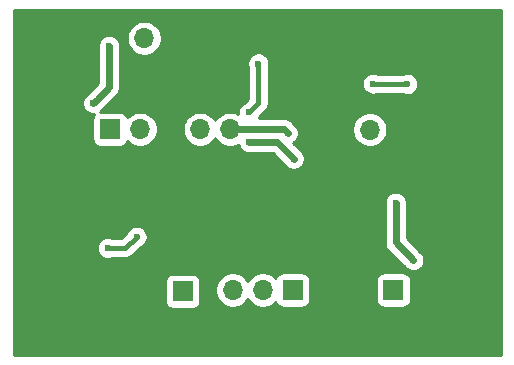
<source format=gbr>
G04 #@! TF.GenerationSoftware,KiCad,Pcbnew,5.1.5-52549c5~84~ubuntu18.04.1*
G04 #@! TF.CreationDate,2020-03-31T23:43:49+01:00*
G04 #@! TF.ProjectId,OverdrivePedal_RevB,4f766572-6472-4697-9665-506564616c5f,RevB*
G04 #@! TF.SameCoordinates,Original*
G04 #@! TF.FileFunction,Copper,L2,Bot*
G04 #@! TF.FilePolarity,Positive*
%FSLAX46Y46*%
G04 Gerber Fmt 4.6, Leading zero omitted, Abs format (unit mm)*
G04 Created by KiCad (PCBNEW 5.1.5-52549c5~84~ubuntu18.04.1) date 2020-03-31 23:43:49*
%MOMM*%
%LPD*%
G04 APERTURE LIST*
%ADD10O,1.700000X1.700000*%
%ADD11R,1.700000X1.700000*%
%ADD12C,0.600000*%
%ADD13C,0.600000*%
%ADD14C,0.450000*%
%ADD15C,0.254000*%
G04 APERTURE END LIST*
D10*
X154025600Y-91389200D03*
D11*
X156565600Y-91389200D03*
D10*
X142417800Y-104978200D03*
X144957800Y-104978200D03*
D11*
X147497800Y-104978200D03*
D10*
X138176000Y-107619800D03*
D11*
X138176000Y-105079800D03*
D10*
X142189200Y-91363800D03*
X139649200Y-91363800D03*
X137109200Y-91363800D03*
X134569200Y-91363800D03*
D11*
X132029200Y-91363800D03*
D10*
X134924800Y-83667600D03*
D11*
X134924800Y-86207600D03*
D10*
X153466800Y-104978200D03*
D11*
X156006800Y-104978200D03*
D12*
X156210000Y-94742000D03*
X140512800Y-97612200D03*
X140512800Y-101422200D03*
X156210000Y-96520000D03*
X149656800Y-103962200D03*
X142991800Y-107838200D03*
X148793200Y-85801200D03*
X152552400Y-86664800D03*
X156210000Y-93726000D03*
X159385000Y-82778600D03*
X133974700Y-96441400D03*
X135098000Y-105888800D03*
X130683000Y-104470200D03*
X162052000Y-82550000D03*
X126974598Y-82575400D03*
X128778000Y-109093000D03*
X152755600Y-99529900D03*
X151168100Y-99529900D03*
X131838700Y-99517200D03*
X146481800Y-85801202D03*
X142303500Y-83781900D03*
X142392400Y-85496400D03*
X155067000Y-83235798D03*
X147574000Y-90170000D03*
X131953000Y-84302600D03*
X130606800Y-89154000D03*
X154282000Y-87500600D03*
X157200600Y-87541100D03*
X134279096Y-100469035D03*
X131838700Y-101422200D03*
X143814800Y-92481400D03*
X143802102Y-89941400D03*
X144589500Y-85801200D03*
X147574000Y-93865700D03*
X147066000Y-91694000D03*
X157708600Y-102450900D03*
X156210000Y-97574100D03*
D13*
X131953000Y-87807800D02*
X130906799Y-88854001D01*
X131953000Y-84302600D02*
X131953000Y-87807800D01*
X130906799Y-88854001D02*
X130606800Y-89154000D01*
D14*
X154322500Y-87541100D02*
X154282000Y-87500600D01*
X157200600Y-87541100D02*
X154322500Y-87541100D01*
X134279096Y-100469035D02*
X133325931Y-101422200D01*
X133325931Y-101422200D02*
X131838700Y-101422200D01*
X143802102Y-89941400D02*
X144589500Y-89154002D01*
X144589500Y-89154002D02*
X144589500Y-86225464D01*
X144589500Y-86225464D02*
X144589500Y-85801200D01*
D13*
X147574000Y-93865700D02*
X146189700Y-92481400D01*
X146189700Y-92481400D02*
X143814800Y-92481400D01*
X146735800Y-91363800D02*
X142189200Y-91363800D01*
X147066000Y-91694000D02*
X146735800Y-91363800D01*
X156210000Y-100952300D02*
X156210000Y-97998364D01*
X157708600Y-102450900D02*
X156210000Y-100952300D01*
X156210000Y-97998364D02*
X156210000Y-97574100D01*
D15*
G36*
X165100401Y-110465000D02*
G01*
X123875400Y-110465000D01*
X123875400Y-104229800D01*
X136687928Y-104229800D01*
X136687928Y-105929800D01*
X136700188Y-106054282D01*
X136736498Y-106173980D01*
X136795463Y-106284294D01*
X136874815Y-106380985D01*
X136971506Y-106460337D01*
X137081820Y-106519302D01*
X137201518Y-106555612D01*
X137326000Y-106567872D01*
X139026000Y-106567872D01*
X139150482Y-106555612D01*
X139270180Y-106519302D01*
X139380494Y-106460337D01*
X139477185Y-106380985D01*
X139556537Y-106284294D01*
X139615502Y-106173980D01*
X139651812Y-106054282D01*
X139664072Y-105929800D01*
X139664072Y-104831940D01*
X140932800Y-104831940D01*
X140932800Y-105124460D01*
X140989868Y-105411358D01*
X141101810Y-105681611D01*
X141264325Y-105924832D01*
X141471168Y-106131675D01*
X141714389Y-106294190D01*
X141984642Y-106406132D01*
X142271540Y-106463200D01*
X142564060Y-106463200D01*
X142850958Y-106406132D01*
X143121211Y-106294190D01*
X143364432Y-106131675D01*
X143571275Y-105924832D01*
X143687800Y-105750440D01*
X143804325Y-105924832D01*
X144011168Y-106131675D01*
X144254389Y-106294190D01*
X144524642Y-106406132D01*
X144811540Y-106463200D01*
X145104060Y-106463200D01*
X145390958Y-106406132D01*
X145661211Y-106294190D01*
X145904432Y-106131675D01*
X146036287Y-105999820D01*
X146058298Y-106072380D01*
X146117263Y-106182694D01*
X146196615Y-106279385D01*
X146293306Y-106358737D01*
X146403620Y-106417702D01*
X146523318Y-106454012D01*
X146647800Y-106466272D01*
X148347800Y-106466272D01*
X148472282Y-106454012D01*
X148591980Y-106417702D01*
X148702294Y-106358737D01*
X148798985Y-106279385D01*
X148878337Y-106182694D01*
X148937302Y-106072380D01*
X148973612Y-105952682D01*
X148985872Y-105828200D01*
X148985872Y-104128200D01*
X154518728Y-104128200D01*
X154518728Y-105828200D01*
X154530988Y-105952682D01*
X154567298Y-106072380D01*
X154626263Y-106182694D01*
X154705615Y-106279385D01*
X154802306Y-106358737D01*
X154912620Y-106417702D01*
X155032318Y-106454012D01*
X155156800Y-106466272D01*
X156856800Y-106466272D01*
X156981282Y-106454012D01*
X157100980Y-106417702D01*
X157211294Y-106358737D01*
X157307985Y-106279385D01*
X157387337Y-106182694D01*
X157446302Y-106072380D01*
X157482612Y-105952682D01*
X157494872Y-105828200D01*
X157494872Y-104128200D01*
X157482612Y-104003718D01*
X157446302Y-103884020D01*
X157387337Y-103773706D01*
X157307985Y-103677015D01*
X157211294Y-103597663D01*
X157100980Y-103538698D01*
X156981282Y-103502388D01*
X156856800Y-103490128D01*
X155156800Y-103490128D01*
X155032318Y-103502388D01*
X154912620Y-103538698D01*
X154802306Y-103597663D01*
X154705615Y-103677015D01*
X154626263Y-103773706D01*
X154567298Y-103884020D01*
X154530988Y-104003718D01*
X154518728Y-104128200D01*
X148985872Y-104128200D01*
X148973612Y-104003718D01*
X148937302Y-103884020D01*
X148878337Y-103773706D01*
X148798985Y-103677015D01*
X148702294Y-103597663D01*
X148591980Y-103538698D01*
X148472282Y-103502388D01*
X148347800Y-103490128D01*
X146647800Y-103490128D01*
X146523318Y-103502388D01*
X146403620Y-103538698D01*
X146293306Y-103597663D01*
X146196615Y-103677015D01*
X146117263Y-103773706D01*
X146058298Y-103884020D01*
X146036287Y-103956580D01*
X145904432Y-103824725D01*
X145661211Y-103662210D01*
X145390958Y-103550268D01*
X145104060Y-103493200D01*
X144811540Y-103493200D01*
X144524642Y-103550268D01*
X144254389Y-103662210D01*
X144011168Y-103824725D01*
X143804325Y-104031568D01*
X143687800Y-104205960D01*
X143571275Y-104031568D01*
X143364432Y-103824725D01*
X143121211Y-103662210D01*
X142850958Y-103550268D01*
X142564060Y-103493200D01*
X142271540Y-103493200D01*
X141984642Y-103550268D01*
X141714389Y-103662210D01*
X141471168Y-103824725D01*
X141264325Y-104031568D01*
X141101810Y-104274789D01*
X140989868Y-104545042D01*
X140932800Y-104831940D01*
X139664072Y-104831940D01*
X139664072Y-104229800D01*
X139651812Y-104105318D01*
X139615502Y-103985620D01*
X139556537Y-103875306D01*
X139477185Y-103778615D01*
X139380494Y-103699263D01*
X139270180Y-103640298D01*
X139150482Y-103603988D01*
X139026000Y-103591728D01*
X137326000Y-103591728D01*
X137201518Y-103603988D01*
X137081820Y-103640298D01*
X136971506Y-103699263D01*
X136874815Y-103778615D01*
X136795463Y-103875306D01*
X136736498Y-103985620D01*
X136700188Y-104105318D01*
X136687928Y-104229800D01*
X123875400Y-104229800D01*
X123875400Y-101330111D01*
X130903700Y-101330111D01*
X130903700Y-101514289D01*
X130939632Y-101694929D01*
X131010114Y-101865089D01*
X131112438Y-102018228D01*
X131242672Y-102148462D01*
X131395811Y-102250786D01*
X131565971Y-102321268D01*
X131746611Y-102357200D01*
X131930789Y-102357200D01*
X132111429Y-102321268D01*
X132205748Y-102282200D01*
X133283692Y-102282200D01*
X133325931Y-102286360D01*
X133368170Y-102282200D01*
X133368177Y-102282200D01*
X133494520Y-102269756D01*
X133656631Y-102220581D01*
X133806033Y-102140724D01*
X133936985Y-102033254D01*
X133963919Y-102000435D01*
X134627666Y-101336689D01*
X134721985Y-101297621D01*
X134875124Y-101195297D01*
X135005358Y-101065063D01*
X135080703Y-100952300D01*
X155270476Y-100952300D01*
X155275000Y-100998231D01*
X155288529Y-101135591D01*
X155341993Y-101311839D01*
X155428814Y-101474271D01*
X155545656Y-101616644D01*
X155581341Y-101645930D01*
X156982338Y-103046928D01*
X157112572Y-103177162D01*
X157150952Y-103202807D01*
X157186628Y-103232085D01*
X157227330Y-103253840D01*
X157265711Y-103279486D01*
X157308357Y-103297151D01*
X157349059Y-103318906D01*
X157393227Y-103332304D01*
X157435871Y-103349968D01*
X157481138Y-103358972D01*
X157525307Y-103372371D01*
X157571239Y-103376895D01*
X157616511Y-103385900D01*
X157662674Y-103385900D01*
X157708599Y-103390423D01*
X157754524Y-103385900D01*
X157800689Y-103385900D01*
X157845963Y-103376894D01*
X157891891Y-103372371D01*
X157936057Y-103358973D01*
X157981329Y-103349968D01*
X158023977Y-103332303D01*
X158068140Y-103318906D01*
X158108838Y-103297152D01*
X158151489Y-103279486D01*
X158189874Y-103253838D01*
X158230571Y-103232085D01*
X158266241Y-103202811D01*
X158304628Y-103177162D01*
X158337275Y-103144515D01*
X158372943Y-103115243D01*
X158402215Y-103079575D01*
X158434862Y-103046928D01*
X158460511Y-103008541D01*
X158489785Y-102972871D01*
X158511538Y-102932174D01*
X158537186Y-102893789D01*
X158554852Y-102851138D01*
X158576606Y-102810440D01*
X158590003Y-102766277D01*
X158607668Y-102723629D01*
X158616673Y-102678357D01*
X158630071Y-102634191D01*
X158634594Y-102588263D01*
X158643600Y-102542989D01*
X158643600Y-102496824D01*
X158648123Y-102450899D01*
X158643600Y-102404974D01*
X158643600Y-102358811D01*
X158634595Y-102313539D01*
X158630071Y-102267607D01*
X158616672Y-102223438D01*
X158607668Y-102178171D01*
X158590004Y-102135527D01*
X158576606Y-102091359D01*
X158554851Y-102050657D01*
X158537186Y-102008011D01*
X158511540Y-101969630D01*
X158489785Y-101928928D01*
X158460507Y-101893252D01*
X158434862Y-101854872D01*
X158304628Y-101724638D01*
X157145000Y-100565011D01*
X157145000Y-97482011D01*
X157135995Y-97436740D01*
X157131471Y-97390808D01*
X157118072Y-97346638D01*
X157109068Y-97301371D01*
X157091406Y-97258731D01*
X157078007Y-97214560D01*
X157056248Y-97173852D01*
X157038586Y-97131211D01*
X157012945Y-97092836D01*
X156991186Y-97052128D01*
X156961903Y-97016447D01*
X156936262Y-96978072D01*
X156903625Y-96945435D01*
X156874344Y-96909756D01*
X156838665Y-96880475D01*
X156806028Y-96847838D01*
X156767653Y-96822197D01*
X156731972Y-96792914D01*
X156691264Y-96771155D01*
X156652889Y-96745514D01*
X156610248Y-96727852D01*
X156569540Y-96706093D01*
X156525369Y-96692694D01*
X156482729Y-96675032D01*
X156437462Y-96666028D01*
X156393292Y-96652629D01*
X156347359Y-96648105D01*
X156302089Y-96639100D01*
X156255932Y-96639100D01*
X156210000Y-96634576D01*
X156164068Y-96639100D01*
X156117911Y-96639100D01*
X156072640Y-96648105D01*
X156026709Y-96652629D01*
X155982541Y-96666027D01*
X155937271Y-96675032D01*
X155894628Y-96692695D01*
X155850461Y-96706093D01*
X155809757Y-96727850D01*
X155767111Y-96745514D01*
X155728732Y-96771158D01*
X155688029Y-96792914D01*
X155652353Y-96822193D01*
X155613972Y-96847838D01*
X155581331Y-96880479D01*
X155545657Y-96909756D01*
X155516379Y-96945431D01*
X155483738Y-96978072D01*
X155458095Y-97016449D01*
X155428814Y-97052128D01*
X155407055Y-97092836D01*
X155381414Y-97131211D01*
X155363752Y-97173852D01*
X155341993Y-97214560D01*
X155328594Y-97258731D01*
X155310932Y-97301371D01*
X155301928Y-97346638D01*
X155288529Y-97390808D01*
X155284005Y-97436741D01*
X155275000Y-97482011D01*
X155275000Y-98044295D01*
X155275001Y-98044305D01*
X155275000Y-100906368D01*
X155270476Y-100952300D01*
X135080703Y-100952300D01*
X135107682Y-100911924D01*
X135178164Y-100741764D01*
X135214096Y-100561124D01*
X135214096Y-100376946D01*
X135178164Y-100196306D01*
X135107682Y-100026146D01*
X135005358Y-99873007D01*
X134875124Y-99742773D01*
X134721985Y-99640449D01*
X134551825Y-99569967D01*
X134371185Y-99534035D01*
X134187007Y-99534035D01*
X134006367Y-99569967D01*
X133836207Y-99640449D01*
X133683068Y-99742773D01*
X133552834Y-99873007D01*
X133450510Y-100026146D01*
X133411442Y-100120465D01*
X132969708Y-100562200D01*
X132205748Y-100562200D01*
X132111429Y-100523132D01*
X131930789Y-100487200D01*
X131746611Y-100487200D01*
X131565971Y-100523132D01*
X131395811Y-100593614D01*
X131242672Y-100695938D01*
X131112438Y-100826172D01*
X131010114Y-100979311D01*
X130939632Y-101149471D01*
X130903700Y-101330111D01*
X123875400Y-101330111D01*
X123875400Y-89154000D01*
X129667276Y-89154000D01*
X129671800Y-89199932D01*
X129671800Y-89246089D01*
X129680805Y-89291360D01*
X129685329Y-89337291D01*
X129698727Y-89381457D01*
X129707732Y-89426729D01*
X129725397Y-89469377D01*
X129738794Y-89513540D01*
X129760548Y-89554238D01*
X129778214Y-89596889D01*
X129803862Y-89635274D01*
X129825615Y-89675971D01*
X129854889Y-89711641D01*
X129880538Y-89750028D01*
X129913185Y-89782675D01*
X129942457Y-89818343D01*
X129978125Y-89847615D01*
X130010772Y-89880262D01*
X130049159Y-89905911D01*
X130084829Y-89935185D01*
X130125526Y-89956938D01*
X130163911Y-89982586D01*
X130206562Y-90000252D01*
X130247260Y-90022006D01*
X130291423Y-90035403D01*
X130334071Y-90053068D01*
X130379343Y-90062073D01*
X130423509Y-90075471D01*
X130469440Y-90079995D01*
X130514711Y-90089000D01*
X130560868Y-90089000D01*
X130606800Y-90093524D01*
X130652732Y-90089000D01*
X130698889Y-90089000D01*
X130707819Y-90087224D01*
X130648663Y-90159306D01*
X130589698Y-90269620D01*
X130553388Y-90389318D01*
X130541128Y-90513800D01*
X130541128Y-92213800D01*
X130553388Y-92338282D01*
X130589698Y-92457980D01*
X130648663Y-92568294D01*
X130728015Y-92664985D01*
X130824706Y-92744337D01*
X130935020Y-92803302D01*
X131054718Y-92839612D01*
X131179200Y-92851872D01*
X132879200Y-92851872D01*
X133003682Y-92839612D01*
X133123380Y-92803302D01*
X133233694Y-92744337D01*
X133330385Y-92664985D01*
X133409737Y-92568294D01*
X133468702Y-92457980D01*
X133490713Y-92385420D01*
X133622568Y-92517275D01*
X133865789Y-92679790D01*
X134136042Y-92791732D01*
X134422940Y-92848800D01*
X134715460Y-92848800D01*
X135002358Y-92791732D01*
X135272611Y-92679790D01*
X135515832Y-92517275D01*
X135722675Y-92310432D01*
X135885190Y-92067211D01*
X135997132Y-91796958D01*
X136054200Y-91510060D01*
X136054200Y-91217540D01*
X138164200Y-91217540D01*
X138164200Y-91510060D01*
X138221268Y-91796958D01*
X138333210Y-92067211D01*
X138495725Y-92310432D01*
X138702568Y-92517275D01*
X138945789Y-92679790D01*
X139216042Y-92791732D01*
X139502940Y-92848800D01*
X139795460Y-92848800D01*
X140082358Y-92791732D01*
X140352611Y-92679790D01*
X140595832Y-92517275D01*
X140802675Y-92310432D01*
X140919200Y-92136040D01*
X141035725Y-92310432D01*
X141242568Y-92517275D01*
X141485789Y-92679790D01*
X141756042Y-92791732D01*
X142042940Y-92848800D01*
X142335460Y-92848800D01*
X142622358Y-92791732D01*
X142892611Y-92679790D01*
X142897016Y-92676847D01*
X142906728Y-92708862D01*
X142915732Y-92754129D01*
X142933394Y-92796769D01*
X142946793Y-92840940D01*
X142968552Y-92881648D01*
X142986214Y-92924289D01*
X143011855Y-92962664D01*
X143033614Y-93003372D01*
X143062897Y-93039053D01*
X143088538Y-93077428D01*
X143121175Y-93110065D01*
X143150456Y-93145744D01*
X143186135Y-93175025D01*
X143218772Y-93207662D01*
X143257147Y-93233303D01*
X143292828Y-93262586D01*
X143333536Y-93284345D01*
X143371911Y-93309986D01*
X143414552Y-93327648D01*
X143455260Y-93349407D01*
X143499431Y-93362806D01*
X143542071Y-93380468D01*
X143587338Y-93389472D01*
X143631508Y-93402871D01*
X143677441Y-93407395D01*
X143722711Y-93416400D01*
X145802411Y-93416400D01*
X146847736Y-94461725D01*
X146847738Y-94461728D01*
X146977972Y-94591962D01*
X147016354Y-94617608D01*
X147052028Y-94646885D01*
X147092730Y-94668640D01*
X147131111Y-94694286D01*
X147173757Y-94711951D01*
X147214459Y-94733706D01*
X147258626Y-94747104D01*
X147301271Y-94764768D01*
X147346540Y-94773773D01*
X147390708Y-94787171D01*
X147436641Y-94791695D01*
X147481911Y-94800700D01*
X147528068Y-94800700D01*
X147574000Y-94805224D01*
X147619932Y-94800700D01*
X147666089Y-94800700D01*
X147711359Y-94791695D01*
X147757292Y-94787171D01*
X147801459Y-94773773D01*
X147846729Y-94764768D01*
X147889376Y-94747103D01*
X147933540Y-94733706D01*
X147974238Y-94711952D01*
X148016889Y-94694286D01*
X148055274Y-94668638D01*
X148095971Y-94646885D01*
X148131641Y-94617611D01*
X148170028Y-94591962D01*
X148202675Y-94559315D01*
X148238343Y-94530043D01*
X148267615Y-94494375D01*
X148300262Y-94461728D01*
X148325911Y-94423341D01*
X148355185Y-94387671D01*
X148376938Y-94346974D01*
X148402586Y-94308589D01*
X148420252Y-94265938D01*
X148442006Y-94225240D01*
X148455403Y-94181076D01*
X148473068Y-94138429D01*
X148482073Y-94093159D01*
X148495471Y-94048992D01*
X148499995Y-94003059D01*
X148509000Y-93957789D01*
X148509000Y-93911632D01*
X148513524Y-93865700D01*
X148509000Y-93819768D01*
X148509000Y-93773611D01*
X148499995Y-93728341D01*
X148495471Y-93682408D01*
X148482073Y-93638240D01*
X148473068Y-93592971D01*
X148455404Y-93550326D01*
X148442006Y-93506159D01*
X148420251Y-93465457D01*
X148402586Y-93422811D01*
X148376940Y-93384430D01*
X148355185Y-93343728D01*
X148325908Y-93308054D01*
X148300262Y-93269672D01*
X148170028Y-93139438D01*
X148170025Y-93139436D01*
X147535437Y-92504848D01*
X147547274Y-92496938D01*
X147587971Y-92475185D01*
X147623641Y-92445911D01*
X147662028Y-92420262D01*
X147694675Y-92387615D01*
X147730343Y-92358343D01*
X147759615Y-92322675D01*
X147792262Y-92290028D01*
X147817911Y-92251641D01*
X147847185Y-92215971D01*
X147868938Y-92175274D01*
X147894586Y-92136889D01*
X147912252Y-92094238D01*
X147934006Y-92053540D01*
X147947403Y-92009377D01*
X147965068Y-91966729D01*
X147974073Y-91921457D01*
X147987471Y-91877291D01*
X147991995Y-91831360D01*
X148001000Y-91786089D01*
X148001000Y-91739931D01*
X148005524Y-91693999D01*
X148001000Y-91648067D01*
X148001000Y-91601911D01*
X147991995Y-91556642D01*
X147987471Y-91510707D01*
X147974072Y-91466539D01*
X147965068Y-91421271D01*
X147947404Y-91378625D01*
X147934006Y-91334460D01*
X147912252Y-91293762D01*
X147894586Y-91251111D01*
X147889127Y-91242940D01*
X152540600Y-91242940D01*
X152540600Y-91535460D01*
X152597668Y-91822358D01*
X152709610Y-92092611D01*
X152872125Y-92335832D01*
X153078968Y-92542675D01*
X153322189Y-92705190D01*
X153592442Y-92817132D01*
X153879340Y-92874200D01*
X154171860Y-92874200D01*
X154458758Y-92817132D01*
X154729011Y-92705190D01*
X154972232Y-92542675D01*
X155179075Y-92335832D01*
X155341590Y-92092611D01*
X155453532Y-91822358D01*
X155510600Y-91535460D01*
X155510600Y-91242940D01*
X155453532Y-90956042D01*
X155341590Y-90685789D01*
X155179075Y-90442568D01*
X154972232Y-90235725D01*
X154729011Y-90073210D01*
X154458758Y-89961268D01*
X154171860Y-89904200D01*
X153879340Y-89904200D01*
X153592442Y-89961268D01*
X153322189Y-90073210D01*
X153078968Y-90235725D01*
X152872125Y-90442568D01*
X152709610Y-90685789D01*
X152597668Y-90956042D01*
X152540600Y-91242940D01*
X147889127Y-91242940D01*
X147868938Y-91212726D01*
X147847185Y-91172029D01*
X147817911Y-91136358D01*
X147792262Y-91097972D01*
X147662028Y-90967738D01*
X147662025Y-90967736D01*
X147429430Y-90735141D01*
X147400144Y-90699456D01*
X147257772Y-90582614D01*
X147095340Y-90495793D01*
X146919092Y-90442329D01*
X146781732Y-90428800D01*
X146735800Y-90424276D01*
X146689868Y-90428800D01*
X144600947Y-90428800D01*
X144630688Y-90384289D01*
X144669756Y-90289969D01*
X145167741Y-89791984D01*
X145200554Y-89765056D01*
X145308024Y-89634104D01*
X145387881Y-89484702D01*
X145437056Y-89322591D01*
X145449500Y-89196248D01*
X145449500Y-89196241D01*
X145453660Y-89154002D01*
X145449500Y-89111763D01*
X145449500Y-87408511D01*
X153347000Y-87408511D01*
X153347000Y-87592689D01*
X153382932Y-87773329D01*
X153453414Y-87943489D01*
X153555738Y-88096628D01*
X153685972Y-88226862D01*
X153839111Y-88329186D01*
X154009271Y-88399668D01*
X154189911Y-88435600D01*
X154374089Y-88435600D01*
X154547530Y-88401100D01*
X156833552Y-88401100D01*
X156927871Y-88440168D01*
X157108511Y-88476100D01*
X157292689Y-88476100D01*
X157473329Y-88440168D01*
X157643489Y-88369686D01*
X157796628Y-88267362D01*
X157926862Y-88137128D01*
X158029186Y-87983989D01*
X158099668Y-87813829D01*
X158135600Y-87633189D01*
X158135600Y-87449011D01*
X158099668Y-87268371D01*
X158029186Y-87098211D01*
X157926862Y-86945072D01*
X157796628Y-86814838D01*
X157643489Y-86712514D01*
X157473329Y-86642032D01*
X157292689Y-86606100D01*
X157108511Y-86606100D01*
X156927871Y-86642032D01*
X156833552Y-86681100D01*
X154738487Y-86681100D01*
X154724889Y-86672014D01*
X154554729Y-86601532D01*
X154374089Y-86565600D01*
X154189911Y-86565600D01*
X154009271Y-86601532D01*
X153839111Y-86672014D01*
X153685972Y-86774338D01*
X153555738Y-86904572D01*
X153453414Y-87057711D01*
X153382932Y-87227871D01*
X153347000Y-87408511D01*
X145449500Y-87408511D01*
X145449500Y-86168248D01*
X145488568Y-86073929D01*
X145524500Y-85893289D01*
X145524500Y-85709111D01*
X145488568Y-85528471D01*
X145418086Y-85358311D01*
X145315762Y-85205172D01*
X145185528Y-85074938D01*
X145032389Y-84972614D01*
X144862229Y-84902132D01*
X144681589Y-84866200D01*
X144497411Y-84866200D01*
X144316771Y-84902132D01*
X144146611Y-84972614D01*
X143993472Y-85074938D01*
X143863238Y-85205172D01*
X143760914Y-85358311D01*
X143690432Y-85528471D01*
X143654500Y-85709111D01*
X143654500Y-85893289D01*
X143690432Y-86073929D01*
X143729500Y-86168248D01*
X143729500Y-86267709D01*
X143729501Y-86267719D01*
X143729500Y-88797778D01*
X143453533Y-89073746D01*
X143359213Y-89112814D01*
X143206074Y-89215138D01*
X143075840Y-89345372D01*
X142973516Y-89498511D01*
X142903034Y-89668671D01*
X142867102Y-89849311D01*
X142867102Y-90033489D01*
X142867916Y-90037581D01*
X142622358Y-89935868D01*
X142335460Y-89878800D01*
X142042940Y-89878800D01*
X141756042Y-89935868D01*
X141485789Y-90047810D01*
X141242568Y-90210325D01*
X141035725Y-90417168D01*
X140919200Y-90591560D01*
X140802675Y-90417168D01*
X140595832Y-90210325D01*
X140352611Y-90047810D01*
X140082358Y-89935868D01*
X139795460Y-89878800D01*
X139502940Y-89878800D01*
X139216042Y-89935868D01*
X138945789Y-90047810D01*
X138702568Y-90210325D01*
X138495725Y-90417168D01*
X138333210Y-90660389D01*
X138221268Y-90930642D01*
X138164200Y-91217540D01*
X136054200Y-91217540D01*
X135997132Y-90930642D01*
X135885190Y-90660389D01*
X135722675Y-90417168D01*
X135515832Y-90210325D01*
X135272611Y-90047810D01*
X135002358Y-89935868D01*
X134715460Y-89878800D01*
X134422940Y-89878800D01*
X134136042Y-89935868D01*
X133865789Y-90047810D01*
X133622568Y-90210325D01*
X133490713Y-90342180D01*
X133468702Y-90269620D01*
X133409737Y-90159306D01*
X133330385Y-90062615D01*
X133233694Y-89983263D01*
X133123380Y-89924298D01*
X133003682Y-89887988D01*
X132879200Y-89875728D01*
X131207362Y-89875728D01*
X131333062Y-89750028D01*
X131333065Y-89750024D01*
X131535460Y-89547628D01*
X131535465Y-89547624D01*
X132581659Y-88501430D01*
X132617344Y-88472144D01*
X132734186Y-88329772D01*
X132793394Y-88219000D01*
X132821007Y-88167341D01*
X132874472Y-87991092D01*
X132892524Y-87807800D01*
X132888000Y-87761865D01*
X132888000Y-84210511D01*
X132878995Y-84165241D01*
X132874471Y-84119308D01*
X132861072Y-84075138D01*
X132852068Y-84029871D01*
X132834406Y-83987231D01*
X132821007Y-83943060D01*
X132799248Y-83902352D01*
X132781586Y-83859711D01*
X132755945Y-83821336D01*
X132734186Y-83780628D01*
X132704903Y-83744947D01*
X132679262Y-83706572D01*
X132646625Y-83673935D01*
X132617344Y-83638256D01*
X132581666Y-83608976D01*
X132549028Y-83576338D01*
X132510649Y-83550694D01*
X132474971Y-83521414D01*
X132474833Y-83521340D01*
X133439800Y-83521340D01*
X133439800Y-83813860D01*
X133496868Y-84100758D01*
X133608810Y-84371011D01*
X133771325Y-84614232D01*
X133978168Y-84821075D01*
X134221389Y-84983590D01*
X134491642Y-85095532D01*
X134778540Y-85152600D01*
X135071060Y-85152600D01*
X135357958Y-85095532D01*
X135628211Y-84983590D01*
X135871432Y-84821075D01*
X136078275Y-84614232D01*
X136240790Y-84371011D01*
X136352732Y-84100758D01*
X136409800Y-83813860D01*
X136409800Y-83521340D01*
X136352732Y-83234442D01*
X136240790Y-82964189D01*
X136078275Y-82720968D01*
X135871432Y-82514125D01*
X135628211Y-82351610D01*
X135357958Y-82239668D01*
X135071060Y-82182600D01*
X134778540Y-82182600D01*
X134491642Y-82239668D01*
X134221389Y-82351610D01*
X133978168Y-82514125D01*
X133771325Y-82720968D01*
X133608810Y-82964189D01*
X133496868Y-83234442D01*
X133439800Y-83521340D01*
X132474833Y-83521340D01*
X132434268Y-83499658D01*
X132395889Y-83474014D01*
X132353243Y-83456350D01*
X132312539Y-83434593D01*
X132268372Y-83421195D01*
X132225729Y-83403532D01*
X132180459Y-83394527D01*
X132136291Y-83381129D01*
X132090360Y-83376605D01*
X132045089Y-83367600D01*
X131998932Y-83367600D01*
X131953000Y-83363076D01*
X131907068Y-83367600D01*
X131860911Y-83367600D01*
X131815641Y-83376605D01*
X131769708Y-83381129D01*
X131725538Y-83394528D01*
X131680271Y-83403532D01*
X131637631Y-83421194D01*
X131593460Y-83434593D01*
X131552752Y-83456352D01*
X131510111Y-83474014D01*
X131471736Y-83499655D01*
X131431028Y-83521414D01*
X131395347Y-83550697D01*
X131356972Y-83576338D01*
X131324335Y-83608975D01*
X131288656Y-83638256D01*
X131259376Y-83673934D01*
X131226738Y-83706572D01*
X131201094Y-83744951D01*
X131171814Y-83780629D01*
X131150058Y-83821332D01*
X131124414Y-83859711D01*
X131106750Y-83902357D01*
X131084993Y-83943061D01*
X131071595Y-83987228D01*
X131053932Y-84029871D01*
X131044927Y-84075141D01*
X131031529Y-84119309D01*
X131027005Y-84165240D01*
X131018000Y-84210511D01*
X131018000Y-84256669D01*
X131018001Y-87420510D01*
X130213176Y-88225335D01*
X130213172Y-88225340D01*
X130010776Y-88427735D01*
X130010772Y-88427738D01*
X129880538Y-88557972D01*
X129854889Y-88596358D01*
X129825615Y-88632029D01*
X129803862Y-88672726D01*
X129778214Y-88711111D01*
X129760548Y-88753762D01*
X129738794Y-88794460D01*
X129725397Y-88838623D01*
X129707732Y-88881271D01*
X129698727Y-88926543D01*
X129685329Y-88970709D01*
X129680805Y-89016640D01*
X129671800Y-89061911D01*
X129671800Y-89108068D01*
X129667276Y-89154000D01*
X123875400Y-89154000D01*
X123875400Y-81305000D01*
X165100400Y-81305000D01*
X165100401Y-110465000D01*
G37*
X165100401Y-110465000D02*
X123875400Y-110465000D01*
X123875400Y-104229800D01*
X136687928Y-104229800D01*
X136687928Y-105929800D01*
X136700188Y-106054282D01*
X136736498Y-106173980D01*
X136795463Y-106284294D01*
X136874815Y-106380985D01*
X136971506Y-106460337D01*
X137081820Y-106519302D01*
X137201518Y-106555612D01*
X137326000Y-106567872D01*
X139026000Y-106567872D01*
X139150482Y-106555612D01*
X139270180Y-106519302D01*
X139380494Y-106460337D01*
X139477185Y-106380985D01*
X139556537Y-106284294D01*
X139615502Y-106173980D01*
X139651812Y-106054282D01*
X139664072Y-105929800D01*
X139664072Y-104831940D01*
X140932800Y-104831940D01*
X140932800Y-105124460D01*
X140989868Y-105411358D01*
X141101810Y-105681611D01*
X141264325Y-105924832D01*
X141471168Y-106131675D01*
X141714389Y-106294190D01*
X141984642Y-106406132D01*
X142271540Y-106463200D01*
X142564060Y-106463200D01*
X142850958Y-106406132D01*
X143121211Y-106294190D01*
X143364432Y-106131675D01*
X143571275Y-105924832D01*
X143687800Y-105750440D01*
X143804325Y-105924832D01*
X144011168Y-106131675D01*
X144254389Y-106294190D01*
X144524642Y-106406132D01*
X144811540Y-106463200D01*
X145104060Y-106463200D01*
X145390958Y-106406132D01*
X145661211Y-106294190D01*
X145904432Y-106131675D01*
X146036287Y-105999820D01*
X146058298Y-106072380D01*
X146117263Y-106182694D01*
X146196615Y-106279385D01*
X146293306Y-106358737D01*
X146403620Y-106417702D01*
X146523318Y-106454012D01*
X146647800Y-106466272D01*
X148347800Y-106466272D01*
X148472282Y-106454012D01*
X148591980Y-106417702D01*
X148702294Y-106358737D01*
X148798985Y-106279385D01*
X148878337Y-106182694D01*
X148937302Y-106072380D01*
X148973612Y-105952682D01*
X148985872Y-105828200D01*
X148985872Y-104128200D01*
X154518728Y-104128200D01*
X154518728Y-105828200D01*
X154530988Y-105952682D01*
X154567298Y-106072380D01*
X154626263Y-106182694D01*
X154705615Y-106279385D01*
X154802306Y-106358737D01*
X154912620Y-106417702D01*
X155032318Y-106454012D01*
X155156800Y-106466272D01*
X156856800Y-106466272D01*
X156981282Y-106454012D01*
X157100980Y-106417702D01*
X157211294Y-106358737D01*
X157307985Y-106279385D01*
X157387337Y-106182694D01*
X157446302Y-106072380D01*
X157482612Y-105952682D01*
X157494872Y-105828200D01*
X157494872Y-104128200D01*
X157482612Y-104003718D01*
X157446302Y-103884020D01*
X157387337Y-103773706D01*
X157307985Y-103677015D01*
X157211294Y-103597663D01*
X157100980Y-103538698D01*
X156981282Y-103502388D01*
X156856800Y-103490128D01*
X155156800Y-103490128D01*
X155032318Y-103502388D01*
X154912620Y-103538698D01*
X154802306Y-103597663D01*
X154705615Y-103677015D01*
X154626263Y-103773706D01*
X154567298Y-103884020D01*
X154530988Y-104003718D01*
X154518728Y-104128200D01*
X148985872Y-104128200D01*
X148973612Y-104003718D01*
X148937302Y-103884020D01*
X148878337Y-103773706D01*
X148798985Y-103677015D01*
X148702294Y-103597663D01*
X148591980Y-103538698D01*
X148472282Y-103502388D01*
X148347800Y-103490128D01*
X146647800Y-103490128D01*
X146523318Y-103502388D01*
X146403620Y-103538698D01*
X146293306Y-103597663D01*
X146196615Y-103677015D01*
X146117263Y-103773706D01*
X146058298Y-103884020D01*
X146036287Y-103956580D01*
X145904432Y-103824725D01*
X145661211Y-103662210D01*
X145390958Y-103550268D01*
X145104060Y-103493200D01*
X144811540Y-103493200D01*
X144524642Y-103550268D01*
X144254389Y-103662210D01*
X144011168Y-103824725D01*
X143804325Y-104031568D01*
X143687800Y-104205960D01*
X143571275Y-104031568D01*
X143364432Y-103824725D01*
X143121211Y-103662210D01*
X142850958Y-103550268D01*
X142564060Y-103493200D01*
X142271540Y-103493200D01*
X141984642Y-103550268D01*
X141714389Y-103662210D01*
X141471168Y-103824725D01*
X141264325Y-104031568D01*
X141101810Y-104274789D01*
X140989868Y-104545042D01*
X140932800Y-104831940D01*
X139664072Y-104831940D01*
X139664072Y-104229800D01*
X139651812Y-104105318D01*
X139615502Y-103985620D01*
X139556537Y-103875306D01*
X139477185Y-103778615D01*
X139380494Y-103699263D01*
X139270180Y-103640298D01*
X139150482Y-103603988D01*
X139026000Y-103591728D01*
X137326000Y-103591728D01*
X137201518Y-103603988D01*
X137081820Y-103640298D01*
X136971506Y-103699263D01*
X136874815Y-103778615D01*
X136795463Y-103875306D01*
X136736498Y-103985620D01*
X136700188Y-104105318D01*
X136687928Y-104229800D01*
X123875400Y-104229800D01*
X123875400Y-101330111D01*
X130903700Y-101330111D01*
X130903700Y-101514289D01*
X130939632Y-101694929D01*
X131010114Y-101865089D01*
X131112438Y-102018228D01*
X131242672Y-102148462D01*
X131395811Y-102250786D01*
X131565971Y-102321268D01*
X131746611Y-102357200D01*
X131930789Y-102357200D01*
X132111429Y-102321268D01*
X132205748Y-102282200D01*
X133283692Y-102282200D01*
X133325931Y-102286360D01*
X133368170Y-102282200D01*
X133368177Y-102282200D01*
X133494520Y-102269756D01*
X133656631Y-102220581D01*
X133806033Y-102140724D01*
X133936985Y-102033254D01*
X133963919Y-102000435D01*
X134627666Y-101336689D01*
X134721985Y-101297621D01*
X134875124Y-101195297D01*
X135005358Y-101065063D01*
X135080703Y-100952300D01*
X155270476Y-100952300D01*
X155275000Y-100998231D01*
X155288529Y-101135591D01*
X155341993Y-101311839D01*
X155428814Y-101474271D01*
X155545656Y-101616644D01*
X155581341Y-101645930D01*
X156982338Y-103046928D01*
X157112572Y-103177162D01*
X157150952Y-103202807D01*
X157186628Y-103232085D01*
X157227330Y-103253840D01*
X157265711Y-103279486D01*
X157308357Y-103297151D01*
X157349059Y-103318906D01*
X157393227Y-103332304D01*
X157435871Y-103349968D01*
X157481138Y-103358972D01*
X157525307Y-103372371D01*
X157571239Y-103376895D01*
X157616511Y-103385900D01*
X157662674Y-103385900D01*
X157708599Y-103390423D01*
X157754524Y-103385900D01*
X157800689Y-103385900D01*
X157845963Y-103376894D01*
X157891891Y-103372371D01*
X157936057Y-103358973D01*
X157981329Y-103349968D01*
X158023977Y-103332303D01*
X158068140Y-103318906D01*
X158108838Y-103297152D01*
X158151489Y-103279486D01*
X158189874Y-103253838D01*
X158230571Y-103232085D01*
X158266241Y-103202811D01*
X158304628Y-103177162D01*
X158337275Y-103144515D01*
X158372943Y-103115243D01*
X158402215Y-103079575D01*
X158434862Y-103046928D01*
X158460511Y-103008541D01*
X158489785Y-102972871D01*
X158511538Y-102932174D01*
X158537186Y-102893789D01*
X158554852Y-102851138D01*
X158576606Y-102810440D01*
X158590003Y-102766277D01*
X158607668Y-102723629D01*
X158616673Y-102678357D01*
X158630071Y-102634191D01*
X158634594Y-102588263D01*
X158643600Y-102542989D01*
X158643600Y-102496824D01*
X158648123Y-102450899D01*
X158643600Y-102404974D01*
X158643600Y-102358811D01*
X158634595Y-102313539D01*
X158630071Y-102267607D01*
X158616672Y-102223438D01*
X158607668Y-102178171D01*
X158590004Y-102135527D01*
X158576606Y-102091359D01*
X158554851Y-102050657D01*
X158537186Y-102008011D01*
X158511540Y-101969630D01*
X158489785Y-101928928D01*
X158460507Y-101893252D01*
X158434862Y-101854872D01*
X158304628Y-101724638D01*
X157145000Y-100565011D01*
X157145000Y-97482011D01*
X157135995Y-97436740D01*
X157131471Y-97390808D01*
X157118072Y-97346638D01*
X157109068Y-97301371D01*
X157091406Y-97258731D01*
X157078007Y-97214560D01*
X157056248Y-97173852D01*
X157038586Y-97131211D01*
X157012945Y-97092836D01*
X156991186Y-97052128D01*
X156961903Y-97016447D01*
X156936262Y-96978072D01*
X156903625Y-96945435D01*
X156874344Y-96909756D01*
X156838665Y-96880475D01*
X156806028Y-96847838D01*
X156767653Y-96822197D01*
X156731972Y-96792914D01*
X156691264Y-96771155D01*
X156652889Y-96745514D01*
X156610248Y-96727852D01*
X156569540Y-96706093D01*
X156525369Y-96692694D01*
X156482729Y-96675032D01*
X156437462Y-96666028D01*
X156393292Y-96652629D01*
X156347359Y-96648105D01*
X156302089Y-96639100D01*
X156255932Y-96639100D01*
X156210000Y-96634576D01*
X156164068Y-96639100D01*
X156117911Y-96639100D01*
X156072640Y-96648105D01*
X156026709Y-96652629D01*
X155982541Y-96666027D01*
X155937271Y-96675032D01*
X155894628Y-96692695D01*
X155850461Y-96706093D01*
X155809757Y-96727850D01*
X155767111Y-96745514D01*
X155728732Y-96771158D01*
X155688029Y-96792914D01*
X155652353Y-96822193D01*
X155613972Y-96847838D01*
X155581331Y-96880479D01*
X155545657Y-96909756D01*
X155516379Y-96945431D01*
X155483738Y-96978072D01*
X155458095Y-97016449D01*
X155428814Y-97052128D01*
X155407055Y-97092836D01*
X155381414Y-97131211D01*
X155363752Y-97173852D01*
X155341993Y-97214560D01*
X155328594Y-97258731D01*
X155310932Y-97301371D01*
X155301928Y-97346638D01*
X155288529Y-97390808D01*
X155284005Y-97436741D01*
X155275000Y-97482011D01*
X155275000Y-98044295D01*
X155275001Y-98044305D01*
X155275000Y-100906368D01*
X155270476Y-100952300D01*
X135080703Y-100952300D01*
X135107682Y-100911924D01*
X135178164Y-100741764D01*
X135214096Y-100561124D01*
X135214096Y-100376946D01*
X135178164Y-100196306D01*
X135107682Y-100026146D01*
X135005358Y-99873007D01*
X134875124Y-99742773D01*
X134721985Y-99640449D01*
X134551825Y-99569967D01*
X134371185Y-99534035D01*
X134187007Y-99534035D01*
X134006367Y-99569967D01*
X133836207Y-99640449D01*
X133683068Y-99742773D01*
X133552834Y-99873007D01*
X133450510Y-100026146D01*
X133411442Y-100120465D01*
X132969708Y-100562200D01*
X132205748Y-100562200D01*
X132111429Y-100523132D01*
X131930789Y-100487200D01*
X131746611Y-100487200D01*
X131565971Y-100523132D01*
X131395811Y-100593614D01*
X131242672Y-100695938D01*
X131112438Y-100826172D01*
X131010114Y-100979311D01*
X130939632Y-101149471D01*
X130903700Y-101330111D01*
X123875400Y-101330111D01*
X123875400Y-89154000D01*
X129667276Y-89154000D01*
X129671800Y-89199932D01*
X129671800Y-89246089D01*
X129680805Y-89291360D01*
X129685329Y-89337291D01*
X129698727Y-89381457D01*
X129707732Y-89426729D01*
X129725397Y-89469377D01*
X129738794Y-89513540D01*
X129760548Y-89554238D01*
X129778214Y-89596889D01*
X129803862Y-89635274D01*
X129825615Y-89675971D01*
X129854889Y-89711641D01*
X129880538Y-89750028D01*
X129913185Y-89782675D01*
X129942457Y-89818343D01*
X129978125Y-89847615D01*
X130010772Y-89880262D01*
X130049159Y-89905911D01*
X130084829Y-89935185D01*
X130125526Y-89956938D01*
X130163911Y-89982586D01*
X130206562Y-90000252D01*
X130247260Y-90022006D01*
X130291423Y-90035403D01*
X130334071Y-90053068D01*
X130379343Y-90062073D01*
X130423509Y-90075471D01*
X130469440Y-90079995D01*
X130514711Y-90089000D01*
X130560868Y-90089000D01*
X130606800Y-90093524D01*
X130652732Y-90089000D01*
X130698889Y-90089000D01*
X130707819Y-90087224D01*
X130648663Y-90159306D01*
X130589698Y-90269620D01*
X130553388Y-90389318D01*
X130541128Y-90513800D01*
X130541128Y-92213800D01*
X130553388Y-92338282D01*
X130589698Y-92457980D01*
X130648663Y-92568294D01*
X130728015Y-92664985D01*
X130824706Y-92744337D01*
X130935020Y-92803302D01*
X131054718Y-92839612D01*
X131179200Y-92851872D01*
X132879200Y-92851872D01*
X133003682Y-92839612D01*
X133123380Y-92803302D01*
X133233694Y-92744337D01*
X133330385Y-92664985D01*
X133409737Y-92568294D01*
X133468702Y-92457980D01*
X133490713Y-92385420D01*
X133622568Y-92517275D01*
X133865789Y-92679790D01*
X134136042Y-92791732D01*
X134422940Y-92848800D01*
X134715460Y-92848800D01*
X135002358Y-92791732D01*
X135272611Y-92679790D01*
X135515832Y-92517275D01*
X135722675Y-92310432D01*
X135885190Y-92067211D01*
X135997132Y-91796958D01*
X136054200Y-91510060D01*
X136054200Y-91217540D01*
X138164200Y-91217540D01*
X138164200Y-91510060D01*
X138221268Y-91796958D01*
X138333210Y-92067211D01*
X138495725Y-92310432D01*
X138702568Y-92517275D01*
X138945789Y-92679790D01*
X139216042Y-92791732D01*
X139502940Y-92848800D01*
X139795460Y-92848800D01*
X140082358Y-92791732D01*
X140352611Y-92679790D01*
X140595832Y-92517275D01*
X140802675Y-92310432D01*
X140919200Y-92136040D01*
X141035725Y-92310432D01*
X141242568Y-92517275D01*
X141485789Y-92679790D01*
X141756042Y-92791732D01*
X142042940Y-92848800D01*
X142335460Y-92848800D01*
X142622358Y-92791732D01*
X142892611Y-92679790D01*
X142897016Y-92676847D01*
X142906728Y-92708862D01*
X142915732Y-92754129D01*
X142933394Y-92796769D01*
X142946793Y-92840940D01*
X142968552Y-92881648D01*
X142986214Y-92924289D01*
X143011855Y-92962664D01*
X143033614Y-93003372D01*
X143062897Y-93039053D01*
X143088538Y-93077428D01*
X143121175Y-93110065D01*
X143150456Y-93145744D01*
X143186135Y-93175025D01*
X143218772Y-93207662D01*
X143257147Y-93233303D01*
X143292828Y-93262586D01*
X143333536Y-93284345D01*
X143371911Y-93309986D01*
X143414552Y-93327648D01*
X143455260Y-93349407D01*
X143499431Y-93362806D01*
X143542071Y-93380468D01*
X143587338Y-93389472D01*
X143631508Y-93402871D01*
X143677441Y-93407395D01*
X143722711Y-93416400D01*
X145802411Y-93416400D01*
X146847736Y-94461725D01*
X146847738Y-94461728D01*
X146977972Y-94591962D01*
X147016354Y-94617608D01*
X147052028Y-94646885D01*
X147092730Y-94668640D01*
X147131111Y-94694286D01*
X147173757Y-94711951D01*
X147214459Y-94733706D01*
X147258626Y-94747104D01*
X147301271Y-94764768D01*
X147346540Y-94773773D01*
X147390708Y-94787171D01*
X147436641Y-94791695D01*
X147481911Y-94800700D01*
X147528068Y-94800700D01*
X147574000Y-94805224D01*
X147619932Y-94800700D01*
X147666089Y-94800700D01*
X147711359Y-94791695D01*
X147757292Y-94787171D01*
X147801459Y-94773773D01*
X147846729Y-94764768D01*
X147889376Y-94747103D01*
X147933540Y-94733706D01*
X147974238Y-94711952D01*
X148016889Y-94694286D01*
X148055274Y-94668638D01*
X148095971Y-94646885D01*
X148131641Y-94617611D01*
X148170028Y-94591962D01*
X148202675Y-94559315D01*
X148238343Y-94530043D01*
X148267615Y-94494375D01*
X148300262Y-94461728D01*
X148325911Y-94423341D01*
X148355185Y-94387671D01*
X148376938Y-94346974D01*
X148402586Y-94308589D01*
X148420252Y-94265938D01*
X148442006Y-94225240D01*
X148455403Y-94181076D01*
X148473068Y-94138429D01*
X148482073Y-94093159D01*
X148495471Y-94048992D01*
X148499995Y-94003059D01*
X148509000Y-93957789D01*
X148509000Y-93911632D01*
X148513524Y-93865700D01*
X148509000Y-93819768D01*
X148509000Y-93773611D01*
X148499995Y-93728341D01*
X148495471Y-93682408D01*
X148482073Y-93638240D01*
X148473068Y-93592971D01*
X148455404Y-93550326D01*
X148442006Y-93506159D01*
X148420251Y-93465457D01*
X148402586Y-93422811D01*
X148376940Y-93384430D01*
X148355185Y-93343728D01*
X148325908Y-93308054D01*
X148300262Y-93269672D01*
X148170028Y-93139438D01*
X148170025Y-93139436D01*
X147535437Y-92504848D01*
X147547274Y-92496938D01*
X147587971Y-92475185D01*
X147623641Y-92445911D01*
X147662028Y-92420262D01*
X147694675Y-92387615D01*
X147730343Y-92358343D01*
X147759615Y-92322675D01*
X147792262Y-92290028D01*
X147817911Y-92251641D01*
X147847185Y-92215971D01*
X147868938Y-92175274D01*
X147894586Y-92136889D01*
X147912252Y-92094238D01*
X147934006Y-92053540D01*
X147947403Y-92009377D01*
X147965068Y-91966729D01*
X147974073Y-91921457D01*
X147987471Y-91877291D01*
X147991995Y-91831360D01*
X148001000Y-91786089D01*
X148001000Y-91739931D01*
X148005524Y-91693999D01*
X148001000Y-91648067D01*
X148001000Y-91601911D01*
X147991995Y-91556642D01*
X147987471Y-91510707D01*
X147974072Y-91466539D01*
X147965068Y-91421271D01*
X147947404Y-91378625D01*
X147934006Y-91334460D01*
X147912252Y-91293762D01*
X147894586Y-91251111D01*
X147889127Y-91242940D01*
X152540600Y-91242940D01*
X152540600Y-91535460D01*
X152597668Y-91822358D01*
X152709610Y-92092611D01*
X152872125Y-92335832D01*
X153078968Y-92542675D01*
X153322189Y-92705190D01*
X153592442Y-92817132D01*
X153879340Y-92874200D01*
X154171860Y-92874200D01*
X154458758Y-92817132D01*
X154729011Y-92705190D01*
X154972232Y-92542675D01*
X155179075Y-92335832D01*
X155341590Y-92092611D01*
X155453532Y-91822358D01*
X155510600Y-91535460D01*
X155510600Y-91242940D01*
X155453532Y-90956042D01*
X155341590Y-90685789D01*
X155179075Y-90442568D01*
X154972232Y-90235725D01*
X154729011Y-90073210D01*
X154458758Y-89961268D01*
X154171860Y-89904200D01*
X153879340Y-89904200D01*
X153592442Y-89961268D01*
X153322189Y-90073210D01*
X153078968Y-90235725D01*
X152872125Y-90442568D01*
X152709610Y-90685789D01*
X152597668Y-90956042D01*
X152540600Y-91242940D01*
X147889127Y-91242940D01*
X147868938Y-91212726D01*
X147847185Y-91172029D01*
X147817911Y-91136358D01*
X147792262Y-91097972D01*
X147662028Y-90967738D01*
X147662025Y-90967736D01*
X147429430Y-90735141D01*
X147400144Y-90699456D01*
X147257772Y-90582614D01*
X147095340Y-90495793D01*
X146919092Y-90442329D01*
X146781732Y-90428800D01*
X146735800Y-90424276D01*
X146689868Y-90428800D01*
X144600947Y-90428800D01*
X144630688Y-90384289D01*
X144669756Y-90289969D01*
X145167741Y-89791984D01*
X145200554Y-89765056D01*
X145308024Y-89634104D01*
X145387881Y-89484702D01*
X145437056Y-89322591D01*
X145449500Y-89196248D01*
X145449500Y-89196241D01*
X145453660Y-89154002D01*
X145449500Y-89111763D01*
X145449500Y-87408511D01*
X153347000Y-87408511D01*
X153347000Y-87592689D01*
X153382932Y-87773329D01*
X153453414Y-87943489D01*
X153555738Y-88096628D01*
X153685972Y-88226862D01*
X153839111Y-88329186D01*
X154009271Y-88399668D01*
X154189911Y-88435600D01*
X154374089Y-88435600D01*
X154547530Y-88401100D01*
X156833552Y-88401100D01*
X156927871Y-88440168D01*
X157108511Y-88476100D01*
X157292689Y-88476100D01*
X157473329Y-88440168D01*
X157643489Y-88369686D01*
X157796628Y-88267362D01*
X157926862Y-88137128D01*
X158029186Y-87983989D01*
X158099668Y-87813829D01*
X158135600Y-87633189D01*
X158135600Y-87449011D01*
X158099668Y-87268371D01*
X158029186Y-87098211D01*
X157926862Y-86945072D01*
X157796628Y-86814838D01*
X157643489Y-86712514D01*
X157473329Y-86642032D01*
X157292689Y-86606100D01*
X157108511Y-86606100D01*
X156927871Y-86642032D01*
X156833552Y-86681100D01*
X154738487Y-86681100D01*
X154724889Y-86672014D01*
X154554729Y-86601532D01*
X154374089Y-86565600D01*
X154189911Y-86565600D01*
X154009271Y-86601532D01*
X153839111Y-86672014D01*
X153685972Y-86774338D01*
X153555738Y-86904572D01*
X153453414Y-87057711D01*
X153382932Y-87227871D01*
X153347000Y-87408511D01*
X145449500Y-87408511D01*
X145449500Y-86168248D01*
X145488568Y-86073929D01*
X145524500Y-85893289D01*
X145524500Y-85709111D01*
X145488568Y-85528471D01*
X145418086Y-85358311D01*
X145315762Y-85205172D01*
X145185528Y-85074938D01*
X145032389Y-84972614D01*
X144862229Y-84902132D01*
X144681589Y-84866200D01*
X144497411Y-84866200D01*
X144316771Y-84902132D01*
X144146611Y-84972614D01*
X143993472Y-85074938D01*
X143863238Y-85205172D01*
X143760914Y-85358311D01*
X143690432Y-85528471D01*
X143654500Y-85709111D01*
X143654500Y-85893289D01*
X143690432Y-86073929D01*
X143729500Y-86168248D01*
X143729500Y-86267709D01*
X143729501Y-86267719D01*
X143729500Y-88797778D01*
X143453533Y-89073746D01*
X143359213Y-89112814D01*
X143206074Y-89215138D01*
X143075840Y-89345372D01*
X142973516Y-89498511D01*
X142903034Y-89668671D01*
X142867102Y-89849311D01*
X142867102Y-90033489D01*
X142867916Y-90037581D01*
X142622358Y-89935868D01*
X142335460Y-89878800D01*
X142042940Y-89878800D01*
X141756042Y-89935868D01*
X141485789Y-90047810D01*
X141242568Y-90210325D01*
X141035725Y-90417168D01*
X140919200Y-90591560D01*
X140802675Y-90417168D01*
X140595832Y-90210325D01*
X140352611Y-90047810D01*
X140082358Y-89935868D01*
X139795460Y-89878800D01*
X139502940Y-89878800D01*
X139216042Y-89935868D01*
X138945789Y-90047810D01*
X138702568Y-90210325D01*
X138495725Y-90417168D01*
X138333210Y-90660389D01*
X138221268Y-90930642D01*
X138164200Y-91217540D01*
X136054200Y-91217540D01*
X135997132Y-90930642D01*
X135885190Y-90660389D01*
X135722675Y-90417168D01*
X135515832Y-90210325D01*
X135272611Y-90047810D01*
X135002358Y-89935868D01*
X134715460Y-89878800D01*
X134422940Y-89878800D01*
X134136042Y-89935868D01*
X133865789Y-90047810D01*
X133622568Y-90210325D01*
X133490713Y-90342180D01*
X133468702Y-90269620D01*
X133409737Y-90159306D01*
X133330385Y-90062615D01*
X133233694Y-89983263D01*
X133123380Y-89924298D01*
X133003682Y-89887988D01*
X132879200Y-89875728D01*
X131207362Y-89875728D01*
X131333062Y-89750028D01*
X131333065Y-89750024D01*
X131535460Y-89547628D01*
X131535465Y-89547624D01*
X132581659Y-88501430D01*
X132617344Y-88472144D01*
X132734186Y-88329772D01*
X132793394Y-88219000D01*
X132821007Y-88167341D01*
X132874472Y-87991092D01*
X132892524Y-87807800D01*
X132888000Y-87761865D01*
X132888000Y-84210511D01*
X132878995Y-84165241D01*
X132874471Y-84119308D01*
X132861072Y-84075138D01*
X132852068Y-84029871D01*
X132834406Y-83987231D01*
X132821007Y-83943060D01*
X132799248Y-83902352D01*
X132781586Y-83859711D01*
X132755945Y-83821336D01*
X132734186Y-83780628D01*
X132704903Y-83744947D01*
X132679262Y-83706572D01*
X132646625Y-83673935D01*
X132617344Y-83638256D01*
X132581666Y-83608976D01*
X132549028Y-83576338D01*
X132510649Y-83550694D01*
X132474971Y-83521414D01*
X132474833Y-83521340D01*
X133439800Y-83521340D01*
X133439800Y-83813860D01*
X133496868Y-84100758D01*
X133608810Y-84371011D01*
X133771325Y-84614232D01*
X133978168Y-84821075D01*
X134221389Y-84983590D01*
X134491642Y-85095532D01*
X134778540Y-85152600D01*
X135071060Y-85152600D01*
X135357958Y-85095532D01*
X135628211Y-84983590D01*
X135871432Y-84821075D01*
X136078275Y-84614232D01*
X136240790Y-84371011D01*
X136352732Y-84100758D01*
X136409800Y-83813860D01*
X136409800Y-83521340D01*
X136352732Y-83234442D01*
X136240790Y-82964189D01*
X136078275Y-82720968D01*
X135871432Y-82514125D01*
X135628211Y-82351610D01*
X135357958Y-82239668D01*
X135071060Y-82182600D01*
X134778540Y-82182600D01*
X134491642Y-82239668D01*
X134221389Y-82351610D01*
X133978168Y-82514125D01*
X133771325Y-82720968D01*
X133608810Y-82964189D01*
X133496868Y-83234442D01*
X133439800Y-83521340D01*
X132474833Y-83521340D01*
X132434268Y-83499658D01*
X132395889Y-83474014D01*
X132353243Y-83456350D01*
X132312539Y-83434593D01*
X132268372Y-83421195D01*
X132225729Y-83403532D01*
X132180459Y-83394527D01*
X132136291Y-83381129D01*
X132090360Y-83376605D01*
X132045089Y-83367600D01*
X131998932Y-83367600D01*
X131953000Y-83363076D01*
X131907068Y-83367600D01*
X131860911Y-83367600D01*
X131815641Y-83376605D01*
X131769708Y-83381129D01*
X131725538Y-83394528D01*
X131680271Y-83403532D01*
X131637631Y-83421194D01*
X131593460Y-83434593D01*
X131552752Y-83456352D01*
X131510111Y-83474014D01*
X131471736Y-83499655D01*
X131431028Y-83521414D01*
X131395347Y-83550697D01*
X131356972Y-83576338D01*
X131324335Y-83608975D01*
X131288656Y-83638256D01*
X131259376Y-83673934D01*
X131226738Y-83706572D01*
X131201094Y-83744951D01*
X131171814Y-83780629D01*
X131150058Y-83821332D01*
X131124414Y-83859711D01*
X131106750Y-83902357D01*
X131084993Y-83943061D01*
X131071595Y-83987228D01*
X131053932Y-84029871D01*
X131044927Y-84075141D01*
X131031529Y-84119309D01*
X131027005Y-84165240D01*
X131018000Y-84210511D01*
X131018000Y-84256669D01*
X131018001Y-87420510D01*
X130213176Y-88225335D01*
X130213172Y-88225340D01*
X130010776Y-88427735D01*
X130010772Y-88427738D01*
X129880538Y-88557972D01*
X129854889Y-88596358D01*
X129825615Y-88632029D01*
X129803862Y-88672726D01*
X129778214Y-88711111D01*
X129760548Y-88753762D01*
X129738794Y-88794460D01*
X129725397Y-88838623D01*
X129707732Y-88881271D01*
X129698727Y-88926543D01*
X129685329Y-88970709D01*
X129680805Y-89016640D01*
X129671800Y-89061911D01*
X129671800Y-89108068D01*
X129667276Y-89154000D01*
X123875400Y-89154000D01*
X123875400Y-81305000D01*
X165100400Y-81305000D01*
X165100401Y-110465000D01*
M02*

</source>
